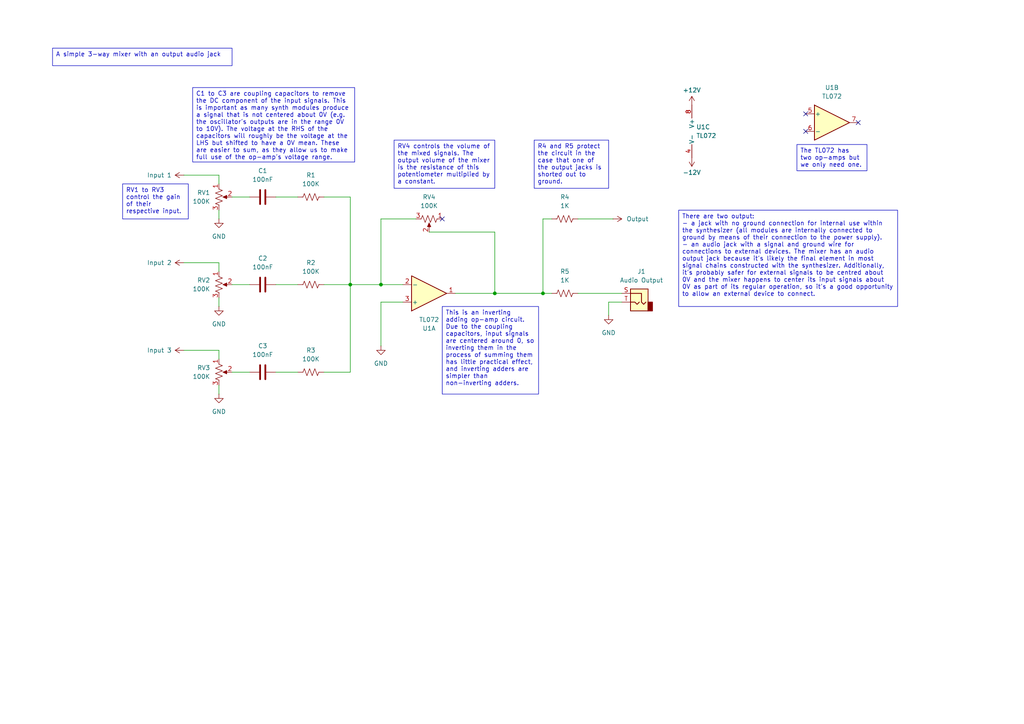
<source format=kicad_sch>
(kicad_sch (version 20231120) (generator "eeschema") (generator_version "8.0")
  (paper "A4")
  (lib_symbols
    (symbol "Amplifier_Operational:TL072" (pin_names (offset 0.127))
      (property "Reference" "U" (at 0 5.08 0))
      (property "Value" "TL072" (at 0 -5.08 0))
      (symbol "TL072_1_1"
        (polyline (pts (xy -5.08 5.08) (xy 5.08 0) (xy -5.08 -5.08) (xy -5.08 5.08)) (stroke (width 0.254)) (fill (type background)))
        (pin output line (at 7.62 0 180) (length 2.54) (name "~") (number "1"))
        (pin input line (at -7.62 -2.54 0) (length 2.54) (name "-") (number "2"))
        (pin input line (at -7.62 2.54 0) (length 2.54) (name "+") (number "3"))
      )
      (symbol "TL072_2_1"
        (polyline (pts (xy -5.08 5.08) (xy 5.08 0) (xy -5.08 -5.08) (xy -5.08 5.08)) (stroke (width 0.254)) (fill (type background)))
        (pin input line (at -7.62 2.54 0) (length 2.54) (name "+") (number "5"))
        (pin input line (at -7.62 -2.54 0) (length 2.54) (name "-") (number "6"))
        (pin output line (at 7.62 0 180) (length 2.54) (name "~") (number "7"))
      )
      (symbol "TL072_3_1"
        (pin power_in line (at -2.54 -7.62 90) (length 3.81) (name "V-") (number "4"))
        (pin power_in line (at -2.54 7.62 270) (length 3.81) (name "V+") (number "8"))
      )
    )
    (symbol "Connector_Audio:AudioJack2"
      (property "Reference" "J" (at 0 8.89 0))
      (property "Value" "AudioJack2" (at 0 6.35 0))
      (symbol "AudioJack2_0_1"
        (rectangle (start -3.81 0) (end -2.54 -2.54) (stroke (width 0.254)) (fill (type outline)))
        (rectangle (start -2.54 3.81) (end 2.54 -2.54) (stroke (width 0.254)) (fill (type background)))
        (polyline (pts (xy 0 0) (xy 0.635 -0.635) (xy 1.27 0) (xy 2.54 0)) (stroke (width 0.254)))
        (polyline (pts (xy 2.54 2.54) (xy -0.635 2.54) (xy -0.635 0) (xy -1.27 -0.635) (xy -1.905 0)) (stroke (width 0.254)))
      )
      (symbol "AudioJack2_1_1"
        (pin passive line (at 5.08 2.54 180) (length 2.54) (name "~") (number "S"))
        (pin passive line (at 5.08 0 180) (length 2.54) (name "~") (number "T"))
      )
    )
    (symbol "Device:C" (pin_numbers hide) (pin_names (offset 0.254))
      (property "Reference" "C" (at 0.635 2.54 0))
      (property "Value" "C" (at 0.635 -2.54 0))
      (symbol "C_0_1"
        (polyline (pts (xy -2.032 -0.762) (xy 2.032 -0.762)) (stroke (width 0.508)))
        (polyline (pts (xy -2.032 0.762) (xy 2.032 0.762)) (stroke (width 0.508)))
      )
      (symbol "C_1_1"
        (pin passive line (at 0 3.81 270) (length 2.794) (name "~") (number "1"))
        (pin passive line (at 0 -3.81 90) (length 2.794) (name "~") (number "2"))
      )
    )
    (symbol "Device:R_Potentiometer_US" (pin_names (offset 1.016) hide)
      (property "Reference" "RV" (at -4.445 0 90))
      (property "Value" "R_Potentiometer_US" (at -2.54 0 90))
      (symbol "R_Potentiometer_US_0_1"
        (polyline (pts (xy 0 -2.286) (xy 0 -2.54)))
        (polyline (pts (xy 0 2.54) (xy 0 2.286)))
        (polyline (pts (xy 2.54 0) (xy 1.524 0)))
        (polyline (pts (xy 1.143 0) (xy 2.286 0.508) (xy 2.286 -0.508) (xy 1.143 0)) (fill (type outline)))
        (polyline (pts (xy 0 -0.762) (xy 1.016 -1.143) (xy 0 -1.524) (xy -1.016 -1.905) (xy 0 -2.286)))
        (polyline (pts (xy 0 0.762) (xy 1.016 0.381) (xy 0 0) (xy -1.016 -0.381) (xy 0 -0.762)))
        (polyline (pts (xy 0 2.286) (xy 1.016 1.905) (xy 0 1.524) (xy -1.016 1.143) (xy 0 0.762)))
      )
      (symbol "R_Potentiometer_US_1_1"
        (pin passive line (at 0 3.81 270) (length 1.27) (name "1") (number "1"))
        (pin passive line (at 3.81 0 180) (length 1.27) (name "2") (number "2"))
        (pin passive line (at 0 -3.81 90) (length 1.27) (name "3") (number "3"))
      )
    )
    (symbol "Device:R_US" (pin_numbers hide) (pin_names (offset 0))
      (property "Reference" "R" (at 2.54 0 90))
      (property "Value" "R_US" (at -2.54 0 90))
      (symbol "R_US_0_1"
        (polyline (pts (xy 0 -2.286) (xy 0 -2.54)))
        (polyline (pts (xy 0 2.286) (xy 0 2.54)))
        (polyline (pts (xy 0 -0.762) (xy 1.016 -1.143) (xy 0 -1.524) (xy -1.016 -1.905) (xy 0 -2.286)))
        (polyline (pts (xy 0 0.762) (xy 1.016 0.381) (xy 0 0) (xy -1.016 -0.381) (xy 0 -0.762)))
        (polyline (pts (xy 0 2.286) (xy 1.016 1.905) (xy 0 1.524) (xy -1.016 1.143) (xy 0 0.762)))
      )
      (symbol "R_US_1_1"
        (pin passive line (at 0 3.81 270) (length 1.27) (name "~") (number "1"))
        (pin passive line (at 0 -3.81 90) (length 1.27) (name "~") (number "2"))
      )
    )
    (symbol "power:GND" (power) (pin_numbers hide) (pin_names (offset 0) hide)
      (property "Value" "GND" (at 0 -3.81 0))
      (symbol "GND_0_1"
        (polyline (pts (xy 0 0) (xy 0 -1.27) (xy 1.27 -1.27) (xy 0 -2.54) (xy -1.27 -1.27) (xy 0 -1.27)))
      )
      (symbol "GND_1_1"
        (pin power_in line (at 0 0 270) (length 0) (name "~") (number "1"))
      )
    )
    (symbol "power:VAA" (power) (pin_numbers hide) (pin_names (offset 0) hide)
      (property "Value" "VAA" (at 0 3.556 0))
      (symbol "VAA_0_1"
        (polyline (pts (xy -0.762 1.27) (xy 0 2.54)))
        (polyline (pts (xy 0 0) (xy 0 2.54)))
        (polyline (pts (xy 0 2.54) (xy 0.762 1.27)))
      )
      (symbol "VAA_1_1"
        (pin power_in line (at 0 0 90) (length 0) (name "~") (number "1"))
      )
    )
  )
  (junction (at 110.49 82.55))
  (junction (at 157.48 85.09))
  (junction (at 143.51 85.09))
  (junction (at 101.6 82.55))
  (no_connect (at 233.68 33.02))
  (no_connect (at 128.27 63.5))
  (no_connect (at 248.92 35.56))
  (no_connect (at 233.68 38.1))
  (wire (pts (xy 110.49 63.5) (xy 110.49 82.55)))
  (wire (pts (xy 160.02 63.5) (xy 157.48 63.5)))
  (wire (pts (xy 157.48 63.5) (xy 157.48 85.09)))
  (wire (pts (xy 63.5 101.6) (xy 63.5 104.14)))
  (wire (pts (xy 67.31 57.15) (xy 72.39 57.15)))
  (wire (pts (xy 93.98 57.15) (xy 101.6 57.15)))
  (wire (pts (xy 176.53 87.63) (xy 176.53 91.44)))
  (wire (pts (xy 167.64 63.5) (xy 177.8 63.5)))
  (wire (pts (xy 180.34 87.63) (xy 176.53 87.63)))
  (wire (pts (xy 53.34 50.8) (xy 63.5 50.8)))
  (wire (pts (xy 80.01 82.55) (xy 86.36 82.55)))
  (wire (pts (xy 53.34 101.6) (xy 63.5 101.6)))
  (wire (pts (xy 67.31 107.95) (xy 72.39 107.95)))
  (wire (pts (xy 101.6 82.55) (xy 110.49 82.55)))
  (wire (pts (xy 120.65 63.5) (xy 110.49 63.5)))
  (wire (pts (xy 143.51 85.09) (xy 132.08 85.09)))
  (wire (pts (xy 143.51 67.31) (xy 143.51 85.09)))
  (wire (pts (xy 101.6 82.55) (xy 101.6 107.95)))
  (wire (pts (xy 80.01 107.95) (xy 86.36 107.95)))
  (wire (pts (xy 124.46 67.31) (xy 143.51 67.31)))
  (wire (pts (xy 157.48 85.09) (xy 160.02 85.09)))
  (wire (pts (xy 63.5 76.2) (xy 63.5 78.74)))
  (wire (pts (xy 63.5 111.76) (xy 63.5 114.3)))
  (wire (pts (xy 53.34 76.2) (xy 63.5 76.2)))
  (wire (pts (xy 101.6 57.15) (xy 101.6 82.55)))
  (wire (pts (xy 63.5 60.96) (xy 63.5 63.5)))
  (wire (pts (xy 63.5 86.36) (xy 63.5 88.9)))
  (wire (pts (xy 93.98 82.55) (xy 101.6 82.55)))
  (wire (pts (xy 67.31 82.55) (xy 72.39 82.55)))
  (wire (pts (xy 116.84 87.63) (xy 110.49 87.63)))
  (wire (pts (xy 167.64 85.09) (xy 180.34 85.09)))
  (wire (pts (xy 80.01 57.15) (xy 86.36 57.15)))
  (wire (pts (xy 63.5 50.8) (xy 63.5 53.34)))
  (wire (pts (xy 110.49 82.55) (xy 116.84 82.55)))
  (wire (pts (xy 143.51 85.09) (xy 157.48 85.09)))
  (wire (pts (xy 101.6 107.95) (xy 93.98 107.95)))
  (wire (pts (xy 110.49 87.63) (xy 110.49 100.33)))
  (text_box "C1 to C3 are coupling capacitors to remove the DC component of the input signals. This is important as many synth modules produce a signal that is not centered about 0V (e.g. the oscillator's outputs are in the range 0V to 10V). The voltage at the RHS of the capacitors will roughly be the voltage at the LHS but shifted to have a 0V mean. These are easier to sum, as they allow us to make full use of the op-amp's voltage range." (at 55.88 25.4 0) (size 46.99 21.59) (effects (font (size 1.27 1.27)) (justify left top)))
  (text_box "R4 and R5 protect the circuit in the case that one of the output jacks is shorted out to ground." (at 154.94 40.64 0) (size 21.59 13.97) (effects (font (size 1.27 1.27)) (justify left top)))
  (text_box "This is an inverting adding op-amp circuit. Due to the coupling capacitors, input signals are centered around 0, so inverting them in the process of summing them has little practical effect, and inverting adders are simpler than non-inverting adders." (at 128.27 88.9 0) (size 27.94 25.4) (effects (font (size 1.27 1.27)) (justify left top)))
  (text_box "The TL072 has two op-amps but we only need one." (at 231.14 41.91 0) (size 20.32 7.62) (effects (font (size 1.27 1.27)) (justify left top)))
  (text_box "RV1 to RV3 control the gain of their respective input." (at 35.56 53.34 0) (size 19.05 10.16) (effects (font (size 1.27 1.27)) (justify left top)))
  (text_box "RV4 controls the volume of the mixed signals. The output volume of the mixer is the resistance of this potentiometer multiplied by a constant." (at 114.3 40.64 0) (size 29.21 13.97) (effects (font (size 1.27 1.27)) (justify left top)))
  (text_box "There are two output:\n- a jack with no ground connection for internal use within the synthesizer (all modules are internally connected to ground by means of their connection to the power supply).\n- an audio jack with a signal and ground wire for connections to external devices. The mixer has an audio output jack because it's likely the final element in most signal chains constructed with the synthesizer. Additionally, it's probably safer for external signals to be centred about 0V and the mixer happens to center its input signals about 0V as part of its regular operation, so it's a good opportunity to allow an external device to connect." (at 196.85 60.96 0) (size 63.5 27.94) (effects (font (size 1.27 1.27)) (justify left top)))
  (text_box "A simple 3-way mixer with an output audio jack" (at 15.24 13.97 0) (size 52.07 5.08) (effects (font (size 1.27 1.27)) (justify left top)))
  (symbol (lib_id "Device:R_US") (at 90.17 107.95 90) (unit 1)
    (property "Reference" "R3" (at 90.17 101.6 90))
    (property "Value" "100K" (at 90.17 104.14 90))
    (property "Description" "Resistor, US symbol" (effects (hide yes)))
  )
  (symbol (lib_id "power:VAA") (at 53.34 101.6 90) (unit 1)
    (property "Reference" "#PWR05" (effects (hide yes)))
    (property "Value" "Input 3" (at 46.228 101.6 90))
    (property "Description" "Power symbol creates a global label with name \"VAA\"" (effects (hide yes)))
  )
  (symbol (lib_id "power:VAA") (at 200.66 30.48 0) (unit 1)
    (property "Reference" "#PWR010" (effects (hide yes)))
    (property "Value" "+12V" (at 200.66 26.162 0))
    (property "Description" "Power symbol creates a global label with name \"VAA\"" (effects (hide yes)))
  )
  (symbol (lib_id "Device:R_Potentiometer_US") (at 124.46 63.5 270) (unit 1)
    (property "Reference" "RV4" (at 124.46 57.15 90))
    (property "Value" "100K" (at 124.46 59.69 90))
    (property "Description" "Potentiometer, US symbol" (effects (hide yes)))
  )
  (symbol (lib_id "Device:R_Potentiometer_US") (at 63.5 107.95 0) (unit 1)
    (property "Reference" "RV3" (at 60.96 106.6799 0) (effects (justify right)))
    (property "Value" "100K" (at 60.96 109.2199 0) (effects (justify right)))
    (property "Description" "Potentiometer, US symbol" (effects (hide yes)))
  )
  (symbol (lib_id "power:VAA") (at 177.8 63.5 270) (unit 1)
    (property "Reference" "#PWR09" (effects (hide yes)))
    (property "Value" "Output" (at 184.912 63.5 90))
    (property "Description" "Power symbol creates a global label with name \"VAA\"" (effects (hide yes)))
  )
  (symbol (lib_id "Amplifier_Operational:TL072") (at 124.46 85.09 0) (mirror x) (unit 1)
    (property "Reference" "U1" (at 124.46 95.25 0))
    (property "Value" "TL072" (at 124.46 92.71 0))
    (property "Datasheet" "http://www.ti.com/lit/ds/symlink/tl071.pdf" (effects (hide yes)))
    (property "Description" "Dual Low-Noise JFET-Input Operational Amplifiers, DIP-8/SOIC-8" (effects (hide yes)))
  )
  (symbol (lib_id "Device:C") (at 76.2 57.15 90) (unit 1)
    (property "Reference" "C1" (at 76.2 49.53 90))
    (property "Value" "100nF" (at 76.2 52.07 90))
    (property "Description" "Unpolarized capacitor" (effects (hide yes)))
  )
  (symbol (lib_id "Device:R_Potentiometer_US") (at 63.5 57.15 0) (unit 1)
    (property "Reference" "RV1" (at 60.96 55.8799 0) (effects (justify right)))
    (property "Value" "100K" (at 60.96 58.4199 0) (effects (justify right)))
    (property "Description" "Potentiometer, US symbol" (effects (hide yes)))
  )
  (symbol (lib_id "power:GND") (at 63.5 114.3 0) (unit 1)
    (property "Reference" "#PWR06" (effects (hide yes)))
    (property "Value" "GND" (at 63.5 119.38 0))
    (property "Description" "Power symbol creates a global label with name \"GND\" , ground" (effects (hide yes)))
  )
  (symbol (lib_id "power:VAA") (at 53.34 50.8 90) (unit 1)
    (property "Reference" "#PWR01" (effects (hide yes)))
    (property "Value" "Input 1" (at 46.228 50.8 90))
    (property "Description" "Power symbol creates a global label with name \"VAA\"" (effects (hide yes)))
  )
  (symbol (lib_id "Device:C") (at 76.2 82.55 90) (unit 1)
    (property "Reference" "C2" (at 76.2 74.93 90))
    (property "Value" "100nF" (at 76.2 77.47 90))
    (property "Description" "Unpolarized capacitor" (effects (hide yes)))
  )
  (symbol (lib_id "Device:R_US") (at 163.83 85.09 90) (unit 1)
    (property "Reference" "R5" (at 163.83 78.74 90))
    (property "Value" "1K" (at 163.83 81.28 90))
    (property "Description" "Resistor, US symbol" (effects (hide yes)))
  )
  (symbol (lib_id "Device:C") (at 76.2 107.95 90) (unit 1)
    (property "Reference" "C3" (at 76.2 100.33 90))
    (property "Value" "100nF" (at 76.2 102.87 90))
    (property "Description" "Unpolarized capacitor" (effects (hide yes)))
  )
  (symbol (lib_id "power:GND") (at 63.5 63.5 0) (unit 1)
    (property "Reference" "#PWR04" (effects (hide yes)))
    (property "Value" "GND" (at 63.5 68.58 0))
    (property "Description" "Power symbol creates a global label with name \"GND\" , ground" (effects (hide yes)))
  )
  (symbol (lib_id "Amplifier_Operational:TL072") (at 203.2 38.1 0) (unit 3)
    (property "Reference" "U1" (at 201.93 36.8299 0) (effects (justify left)))
    (property "Value" "TL072" (at 201.93 39.3699 0) (effects (justify left)))
    (property "Datasheet" "http://www.ti.com/lit/ds/symlink/tl071.pdf" (effects (hide yes)))
    (property "Description" "Dual Low-Noise JFET-Input Operational Amplifiers, DIP-8/SOIC-8" (effects (hide yes)))
  )
  (symbol (lib_id "Device:R_US") (at 90.17 57.15 90) (unit 1)
    (property "Reference" "R1" (at 90.17 50.8 90))
    (property "Value" "100K" (at 90.17 53.34 90))
    (property "Description" "Resistor, US symbol" (effects (hide yes)))
  )
  (symbol (lib_id "power:GND") (at 110.49 100.33 0) (unit 1)
    (property "Reference" "#PWR07" (effects (hide yes)))
    (property "Value" "GND" (at 110.49 105.41 0))
    (property "Description" "Power symbol creates a global label with name \"GND\" , ground" (effects (hide yes)))
  )
  (symbol (lib_id "power:VAA") (at 200.66 45.72 180) (unit 1)
    (property "Reference" "#PWR011" (effects (hide yes)))
    (property "Value" "-12V" (at 200.66 50.038 0))
    (property "Description" "Power symbol creates a global label with name \"VAA\"" (effects (hide yes)))
  )
  (symbol (lib_id "Connector_Audio:AudioJack2") (at 185.42 87.63 0) (mirror y) (unit 1)
    (property "Reference" "J1" (at 186.055 78.74 0))
    (property "Value" "Audio Output" (at 186.055 81.28 0))
    (property "Description" "Audio Jack, 2 Poles (Mono / TS)" (effects (hide yes)))
  )
  (symbol (lib_id "Device:R_US") (at 90.17 82.55 90) (unit 1)
    (property "Reference" "R2" (at 90.17 76.2 90))
    (property "Value" "100K" (at 90.17 78.74 90))
    (property "Description" "Resistor, US symbol" (effects (hide yes)))
  )
  (symbol (lib_id "Device:R_US") (at 163.83 63.5 90) (unit 1)
    (property "Reference" "R4" (at 163.83 57.15 90))
    (property "Value" "1K" (at 163.83 59.69 90))
    (property "Description" "Resistor, US symbol" (effects (hide yes)))
  )
  (symbol (lib_id "Device:R_Potentiometer_US") (at 63.5 82.55 0) (unit 1)
    (property "Reference" "RV2" (at 60.96 81.2799 0) (effects (justify right)))
    (property "Value" "100K" (at 60.96 83.8199 0) (effects (justify right)))
    (property "Description" "Potentiometer, US symbol" (effects (hide yes)))
  )
  (symbol (lib_id "power:GND") (at 176.53 91.44 0) (unit 1)
    (property "Reference" "#PWR08" (effects (hide yes)))
    (property "Value" "GND" (at 176.53 96.52 0))
    (property "Description" "Power symbol creates a global label with name \"GND\" , ground" (effects (hide yes)))
  )
  (symbol (lib_id "power:VAA") (at 53.34 76.2 90) (unit 1)
    (property "Reference" "#PWR02" (effects (hide yes)))
    (property "Value" "Input 2" (at 46.228 76.2 90))
    (property "Description" "Power symbol creates a global label with name \"VAA\"" (effects (hide yes)))
  )
  (symbol (lib_id "Amplifier_Operational:TL072") (at 241.3 35.56 0) (unit 2)
    (property "Reference" "U1" (at 241.3 25.4 0))
    (property "Value" "TL072" (at 241.3 27.94 0))
    (property "Datasheet" "http://www.ti.com/lit/ds/symlink/tl071.pdf" (effects (hide yes)))
    (property "Description" "Dual Low-Noise JFET-Input Operational Amplifiers, DIP-8/SOIC-8" (effects (hide yes)))
  )
  (symbol (lib_id "power:GND") (at 63.5 88.9 0) (unit 1)
    (property "Reference" "#PWR03" (effects (hide yes)))
    (property "Value" "GND" (at 63.5 93.98 0))
    (property "Description" "Power symbol creates a global label with name \"GND\" , ground" (effects (hide yes)))
  )
)
</source>
